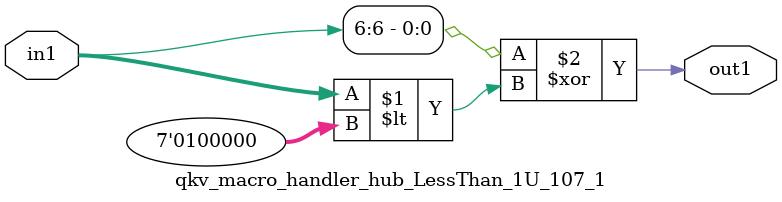
<source format=v>

`timescale 1ps / 1ps


module qkv_macro_handler_hub_LessThan_1U_107_1( in1, out1 );

    input [6:0] in1;
    output out1;

    
    // rtl_process:qkv_macro_handler_hub_LessThan_1U_107_1/qkv_macro_handler_hub_LessThan_1U_107_1_thread_1
    assign out1 = (in1[6] ^ in1 < 7'd032);

endmodule



</source>
